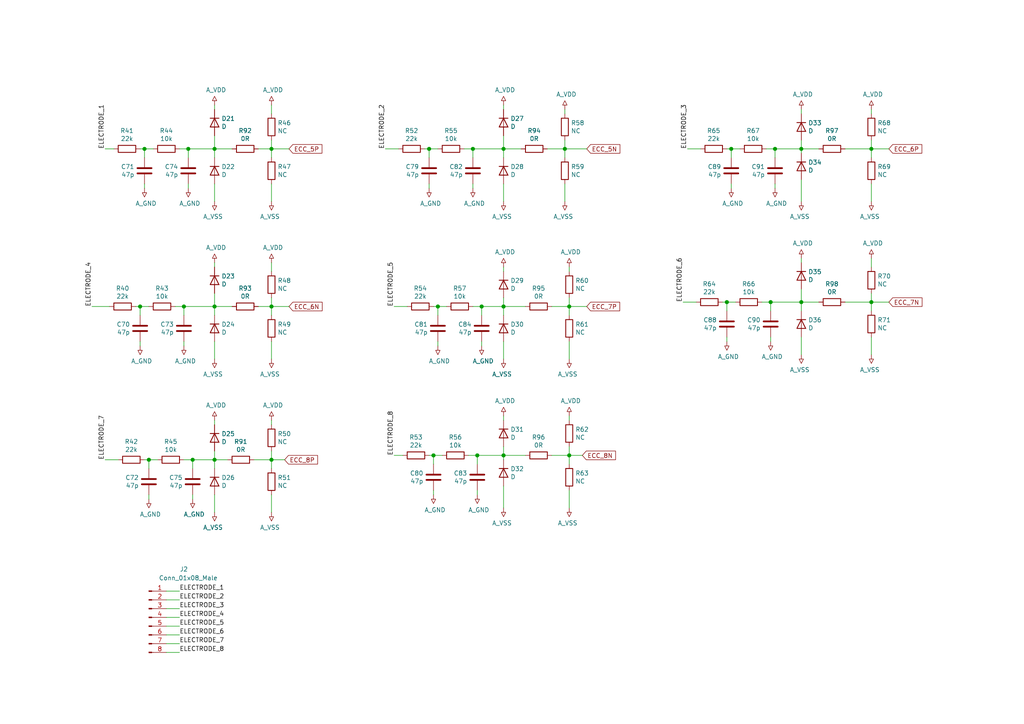
<source format=kicad_sch>
(kicad_sch (version 20210621) (generator eeschema)
  (paper "A4")
  (title_block (title "Input protection for body connected electrodes (part2)") (rev "1.0") (company "MIT License"))
  (lib_symbols
    (symbol "Connector:Conn_01x08_Male" (pin_names (offset 1.016) hide)
      (property "Reference" "J" (at 0 10.16 0))
      (property "Value" "Conn_01x08_Male" (at 0 -12.7 0))
      (symbol "Conn_01x08_Male_1_1"
        (rectangle (start 0.8636 -10.033) (end 0 -10.287) (stroke (width 0.1524)) (fill (type outline)))
        (rectangle (start 0.8636 -7.493) (end 0 -7.747) (stroke (width 0.1524)) (fill (type outline)))
        (rectangle (start 0.8636 -4.953) (end 0 -5.207) (stroke (width 0.1524)) (fill (type outline)))
        (rectangle (start 0.8636 -2.413) (end 0 -2.667) (stroke (width 0.1524)) (fill (type outline)))
        (rectangle (start 0.8636 0.127) (end 0 -0.127) (stroke (width 0.1524)) (fill (type outline)))
        (rectangle (start 0.8636 2.667) (end 0 2.413) (stroke (width 0.1524)) (fill (type outline)))
        (rectangle (start 0.8636 5.207) (end 0 4.953) (stroke (width 0.1524)) (fill (type outline)))
        (rectangle (start 0.8636 7.747) (end 0 7.493) (stroke (width 0.1524)) (fill (type outline)))
        (polyline (pts (xy 1.27 -10.16) (xy 0.8636 -10.16)) (stroke (width 0.1524)))
        (polyline (pts (xy 1.27 -7.62) (xy 0.8636 -7.62)) (stroke (width 0.1524)))
        (polyline (pts (xy 1.27 -5.08) (xy 0.8636 -5.08)) (stroke (width 0.1524)))
        (polyline (pts (xy 1.27 -2.54) (xy 0.8636 -2.54)) (stroke (width 0.1524)))
        (polyline (pts (xy 1.27 0) (xy 0.8636 0)) (stroke (width 0.1524)))
        (polyline (pts (xy 1.27 2.54) (xy 0.8636 2.54)) (stroke (width 0.1524)))
        (polyline (pts (xy 1.27 5.08) (xy 0.8636 5.08)) (stroke (width 0.1524)))
        (polyline (pts (xy 1.27 7.62) (xy 0.8636 7.62)) (stroke (width 0.1524)))
        (pin passive line (at 5.08 7.62 180) (length 3.81) (name "Pin_1") (number "1"))
        (pin passive line (at 5.08 5.08 180) (length 3.81) (name "Pin_2") (number "2"))
        (pin passive line (at 5.08 2.54 180) (length 3.81) (name "Pin_3") (number "3"))
        (pin passive line (at 5.08 0 180) (length 3.81) (name "Pin_4") (number "4"))
        (pin passive line (at 5.08 -2.54 180) (length 3.81) (name "Pin_5") (number "5"))
        (pin passive line (at 5.08 -5.08 180) (length 3.81) (name "Pin_6") (number "6"))
        (pin passive line (at 5.08 -7.62 180) (length 3.81) (name "Pin_7") (number "7"))
        (pin passive line (at 5.08 -10.16 180) (length 3.81) (name "Pin_8") (number "8"))
      )
    )
    (symbol "Device:C" (pin_numbers hide) (pin_names (offset 0.254))
      (property "Reference" "C" (at 0.635 2.54 0))
      (property "Value" "C" (at 0.635 -2.54 0))
      (symbol "C_0_1"
        (polyline (pts (xy -2.032 -0.762) (xy 2.032 -0.762)) (stroke (width 0.508)))
        (polyline (pts (xy -2.032 0.762) (xy 2.032 0.762)) (stroke (width 0.508)))
      )
      (symbol "C_1_1"
        (pin passive line (at 0 3.81 270) (length 2.794) (name "~") (number "1"))
        (pin passive line (at 0 -3.81 90) (length 2.794) (name "~") (number "2"))
      )
    )
    (symbol "Device:D" (pin_numbers hide) (pin_names (offset 1.016) hide)
      (property "Reference" "D" (at 0 2.54 0))
      (property "Value" "D" (at 0 -2.54 0))
      (symbol "D_0_1"
        (polyline (pts (xy -1.27 1.27) (xy -1.27 -1.27)) (stroke (width 0.254)))
        (polyline (pts (xy 1.27 0) (xy -1.27 0)))
        (polyline (pts (xy 1.27 1.27) (xy 1.27 -1.27) (xy -1.27 0) (xy 1.27 1.27)) (stroke (width 0.254)))
      )
      (symbol "D_1_1"
        (pin passive line (at -3.81 0 0) (length 2.54) (name "K") (number "1"))
        (pin passive line (at 3.81 0 180) (length 2.54) (name "A") (number "2"))
      )
    )
    (symbol "Device:R" (pin_numbers hide) (pin_names (offset 0))
      (property "Reference" "R" (at 2.032 0 90))
      (property "Value" "R" (at 0 0 90))
      (symbol "R_0_1"
        (rectangle (start -1.016 -2.54) (end 1.016 2.54) (stroke (width 0.254)))
      )
      (symbol "R_1_1"
        (pin passive line (at 0 3.81 270) (length 1.27) (name "~") (number "1"))
        (pin passive line (at 0 -3.81 90) (length 1.27) (name "~") (number "2"))
      )
    )
    (symbol "Electroencephalograph:A_GND" (pin_names (offset 0))
      (property "Value" "A_GND" (at 0 -3.81 0))
      (symbol "A_GND_1_1"
        (polyline (pts (xy 0 0) (xy 0 -1.27)))
        (polyline (pts (xy 0 -1.27) (xy -0.635 -1.27) (xy 0 -2.54) (xy 0.635 -1.27) (xy 0 -1.27)))
        (pin power_in line (at 0 0 270) (length 0) hide (name "A_GND") (number "1"))
      )
    )
    (symbol "Electroencephalograph:A_VDD" (pin_names (offset 0))
      (property "Value" "A_VDD" (at 0 3.81 0))
      (symbol "A_VDD_0_1"
        (polyline (pts (xy 0 1.27) (xy 0.635 1.27) (xy 0 2.54) (xy -0.635 1.27) (xy 0 1.27)))
      )
      (symbol "A_VDD_1_1"
        (polyline (pts (xy 0 0) (xy 0 1.27)))
        (pin power_in line (at 0 0 90) (length 0) hide (name "A_VDD") (number "1"))
      )
    )
    (symbol "Electroencephalograph:A_VSS" (pin_names (offset 0))
      (property "Value" "A_VSS" (at 0 3.175 0))
      (symbol "A_VSS_1_1"
        (polyline (pts (xy 0 0) (xy 0 1.27)))
        (polyline (pts (xy 0 1.27) (xy 0.635 1.27) (xy 0 2.54) (xy -0.635 1.27) (xy 0 1.27)))
        (pin power_in line (at 0 0 90) (length 0) hide (name "A_VSS") (number "1"))
      )
    )
  )
  (junction (at 40.64 88.9) (diameter 1.016))
  (junction (at 41.91 43.18) (diameter 1.016))
  (junction (at 43.18 133.35) (diameter 1.016))
  (junction (at 53.34 88.9) (diameter 1.016))
  (junction (at 54.61 43.18) (diameter 1.016))
  (junction (at 55.88 133.35) (diameter 1.016))
  (junction (at 62.23 43.18) (diameter 1.016))
  (junction (at 62.23 88.9) (diameter 1.016))
  (junction (at 62.23 133.35) (diameter 1.016))
  (junction (at 78.74 43.18) (diameter 1.016))
  (junction (at 78.74 88.9) (diameter 1.016))
  (junction (at 78.74 133.35) (diameter 1.016))
  (junction (at 124.46 43.18) (diameter 1.016))
  (junction (at 125.73 132.08) (diameter 1.016))
  (junction (at 127 88.9) (diameter 1.016))
  (junction (at 137.16 43.18) (diameter 1.016))
  (junction (at 138.43 132.08) (diameter 1.016))
  (junction (at 139.7 88.9) (diameter 1.016))
  (junction (at 146.05 43.18) (diameter 1.016))
  (junction (at 146.05 88.9) (diameter 1.016))
  (junction (at 146.05 132.08) (diameter 1.016))
  (junction (at 163.83 43.18) (diameter 1.016))
  (junction (at 165.1 88.9) (diameter 1.016))
  (junction (at 165.1 132.08) (diameter 1.016))
  (junction (at 210.82 87.63) (diameter 1.016))
  (junction (at 212.09 43.18) (diameter 1.016))
  (junction (at 223.52 87.63) (diameter 1.016))
  (junction (at 224.79 43.18) (diameter 1.016))
  (junction (at 232.41 43.18) (diameter 1.016))
  (junction (at 232.41 87.63) (diameter 1.016))
  (junction (at 252.73 43.18) (diameter 1.016))
  (junction (at 252.73 87.63) (diameter 1.016))
  (wire (pts (xy 31.75 88.9) (xy 26.67 88.9)))
  (wire (pts (xy 33.02 43.18) (xy 30.48 43.18)))
  (wire (pts (xy 34.29 133.35) (xy 30.48 133.35)))
  (wire (pts (xy 39.37 88.9) (xy 40.64 88.9)))
  (wire (pts (xy 40.64 43.18) (xy 41.91 43.18)))
  (wire (pts (xy 40.64 88.9) (xy 43.18 88.9)))
  (wire (pts (xy 40.64 91.44) (xy 40.64 88.9)))
  (wire (pts (xy 40.64 100.33) (xy 40.64 99.06)))
  (wire (pts (xy 41.91 43.18) (xy 44.45 43.18)))
  (wire (pts (xy 41.91 45.72) (xy 41.91 43.18)))
  (wire (pts (xy 41.91 54.61) (xy 41.91 53.34)))
  (wire (pts (xy 41.91 133.35) (xy 43.18 133.35)))
  (wire (pts (xy 43.18 133.35) (xy 45.72 133.35)))
  (wire (pts (xy 43.18 135.89) (xy 43.18 133.35)))
  (wire (pts (xy 43.18 144.78) (xy 43.18 143.51)))
  (wire (pts (xy 48.26 171.45) (xy 52.07 171.45)))
  (wire (pts (xy 48.26 173.99) (xy 52.07 173.99)))
  (wire (pts (xy 48.26 176.53) (xy 52.07 176.53)))
  (wire (pts (xy 48.26 179.07) (xy 52.07 179.07)))
  (wire (pts (xy 48.26 181.61) (xy 52.07 181.61)))
  (wire (pts (xy 48.26 184.15) (xy 52.07 184.15)))
  (wire (pts (xy 48.26 186.69) (xy 52.07 186.69)))
  (wire (pts (xy 48.26 189.23) (xy 52.07 189.23)))
  (wire (pts (xy 50.8 88.9) (xy 53.34 88.9)))
  (wire (pts (xy 52.07 43.18) (xy 54.61 43.18)))
  (wire (pts (xy 53.34 88.9) (xy 62.23 88.9)))
  (wire (pts (xy 53.34 91.44) (xy 53.34 88.9)))
  (wire (pts (xy 53.34 100.33) (xy 53.34 99.06)))
  (wire (pts (xy 53.34 133.35) (xy 55.88 133.35)))
  (wire (pts (xy 54.61 43.18) (xy 62.23 43.18)))
  (wire (pts (xy 54.61 45.72) (xy 54.61 43.18)))
  (wire (pts (xy 54.61 54.61) (xy 54.61 53.34)))
  (wire (pts (xy 55.88 133.35) (xy 62.23 133.35)))
  (wire (pts (xy 55.88 135.89) (xy 55.88 133.35)))
  (wire (pts (xy 55.88 144.78) (xy 55.88 143.51)))
  (wire (pts (xy 62.23 31.75) (xy 62.23 30.48)))
  (wire (pts (xy 62.23 43.18) (xy 62.23 39.37)))
  (wire (pts (xy 62.23 43.18) (xy 67.31 43.18)))
  (wire (pts (xy 62.23 45.72) (xy 62.23 43.18)))
  (wire (pts (xy 62.23 53.34) (xy 62.23 58.42)))
  (wire (pts (xy 62.23 77.47) (xy 62.23 76.2)))
  (wire (pts (xy 62.23 85.09) (xy 62.23 88.9)))
  (wire (pts (xy 62.23 88.9) (xy 67.31 88.9)))
  (wire (pts (xy 62.23 91.44) (xy 62.23 88.9)))
  (wire (pts (xy 62.23 104.14) (xy 62.23 99.06)))
  (wire (pts (xy 62.23 123.19) (xy 62.23 121.92)))
  (wire (pts (xy 62.23 133.35) (xy 62.23 130.81)))
  (wire (pts (xy 62.23 133.35) (xy 66.04 133.35)))
  (wire (pts (xy 62.23 135.89) (xy 62.23 133.35)))
  (wire (pts (xy 62.23 148.59) (xy 62.23 143.51)))
  (wire (pts (xy 73.66 133.35) (xy 78.74 133.35)))
  (wire (pts (xy 74.93 43.18) (xy 78.74 43.18)))
  (wire (pts (xy 74.93 88.9) (xy 78.74 88.9)))
  (wire (pts (xy 78.74 33.02) (xy 78.74 30.48)))
  (wire (pts (xy 78.74 43.18) (xy 78.74 40.64)))
  (wire (pts (xy 78.74 43.18) (xy 78.74 45.72)))
  (wire (pts (xy 78.74 43.18) (xy 83.82 43.18)))
  (wire (pts (xy 78.74 53.34) (xy 78.74 58.42)))
  (wire (pts (xy 78.74 76.2) (xy 78.74 78.74)))
  (wire (pts (xy 78.74 88.9) (xy 78.74 86.36)))
  (wire (pts (xy 78.74 88.9) (xy 78.74 91.44)))
  (wire (pts (xy 78.74 99.06) (xy 78.74 104.14)))
  (wire (pts (xy 78.74 121.92) (xy 78.74 123.19)))
  (wire (pts (xy 78.74 133.35) (xy 78.74 130.81)))
  (wire (pts (xy 78.74 133.35) (xy 78.74 135.89)))
  (wire (pts (xy 78.74 133.35) (xy 82.55 133.35)))
  (wire (pts (xy 78.74 143.51) (xy 78.74 148.59)))
  (wire (pts (xy 83.82 88.9) (xy 78.74 88.9)))
  (wire (pts (xy 115.57 43.18) (xy 111.76 43.18)))
  (wire (pts (xy 116.84 132.08) (xy 114.3 132.08)))
  (wire (pts (xy 118.11 88.9) (xy 114.3 88.9)))
  (wire (pts (xy 123.19 43.18) (xy 124.46 43.18)))
  (wire (pts (xy 124.46 43.18) (xy 127 43.18)))
  (wire (pts (xy 124.46 45.72) (xy 124.46 43.18)))
  (wire (pts (xy 124.46 54.61) (xy 124.46 53.34)))
  (wire (pts (xy 124.46 132.08) (xy 125.73 132.08)))
  (wire (pts (xy 125.73 88.9) (xy 127 88.9)))
  (wire (pts (xy 125.73 132.08) (xy 128.27 132.08)))
  (wire (pts (xy 125.73 134.62) (xy 125.73 132.08)))
  (wire (pts (xy 125.73 143.51) (xy 125.73 142.24)))
  (wire (pts (xy 127 88.9) (xy 129.54 88.9)))
  (wire (pts (xy 127 91.44) (xy 127 88.9)))
  (wire (pts (xy 127 100.33) (xy 127 99.06)))
  (wire (pts (xy 134.62 43.18) (xy 137.16 43.18)))
  (wire (pts (xy 135.89 132.08) (xy 138.43 132.08)))
  (wire (pts (xy 137.16 43.18) (xy 146.05 43.18)))
  (wire (pts (xy 137.16 45.72) (xy 137.16 43.18)))
  (wire (pts (xy 137.16 54.61) (xy 137.16 53.34)))
  (wire (pts (xy 137.16 88.9) (xy 139.7 88.9)))
  (wire (pts (xy 138.43 132.08) (xy 146.05 132.08)))
  (wire (pts (xy 138.43 134.62) (xy 138.43 132.08)))
  (wire (pts (xy 138.43 143.51) (xy 138.43 142.24)))
  (wire (pts (xy 139.7 88.9) (xy 146.05 88.9)))
  (wire (pts (xy 139.7 91.44) (xy 139.7 88.9)))
  (wire (pts (xy 139.7 100.33) (xy 139.7 99.06)))
  (wire (pts (xy 146.05 31.75) (xy 146.05 30.48)))
  (wire (pts (xy 146.05 39.37) (xy 146.05 43.18)))
  (wire (pts (xy 146.05 43.18) (xy 151.13 43.18)))
  (wire (pts (xy 146.05 45.72) (xy 146.05 43.18)))
  (wire (pts (xy 146.05 58.42) (xy 146.05 53.34)))
  (wire (pts (xy 146.05 78.74) (xy 146.05 77.47)))
  (wire (pts (xy 146.05 88.9) (xy 146.05 86.36)))
  (wire (pts (xy 146.05 88.9) (xy 152.4 88.9)))
  (wire (pts (xy 146.05 91.44) (xy 146.05 88.9)))
  (wire (pts (xy 146.05 104.14) (xy 146.05 99.06)))
  (wire (pts (xy 146.05 121.92) (xy 146.05 120.65)))
  (wire (pts (xy 146.05 132.08) (xy 146.05 129.54)))
  (wire (pts (xy 146.05 132.08) (xy 152.4 132.08)))
  (wire (pts (xy 146.05 133.35) (xy 146.05 132.08)))
  (wire (pts (xy 146.05 147.32) (xy 146.05 140.97)))
  (wire (pts (xy 158.75 43.18) (xy 163.83 43.18)))
  (wire (pts (xy 160.02 88.9) (xy 165.1 88.9)))
  (wire (pts (xy 160.02 132.08) (xy 165.1 132.08)))
  (wire (pts (xy 163.83 31.75) (xy 163.83 33.02)))
  (wire (pts (xy 163.83 43.18) (xy 163.83 40.64)))
  (wire (pts (xy 163.83 43.18) (xy 163.83 45.72)))
  (wire (pts (xy 163.83 43.18) (xy 170.18 43.18)))
  (wire (pts (xy 163.83 53.34) (xy 163.83 58.42)))
  (wire (pts (xy 165.1 77.47) (xy 165.1 78.74)))
  (wire (pts (xy 165.1 88.9) (xy 165.1 86.36)))
  (wire (pts (xy 165.1 88.9) (xy 165.1 91.44)))
  (wire (pts (xy 165.1 88.9) (xy 170.18 88.9)))
  (wire (pts (xy 165.1 99.06) (xy 165.1 104.14)))
  (wire (pts (xy 165.1 120.65) (xy 165.1 121.92)))
  (wire (pts (xy 165.1 132.08) (xy 165.1 129.54)))
  (wire (pts (xy 165.1 132.08) (xy 165.1 134.62)))
  (wire (pts (xy 165.1 132.08) (xy 168.91 132.08)))
  (wire (pts (xy 165.1 142.24) (xy 165.1 147.32)))
  (wire (pts (xy 201.93 87.63) (xy 198.12 87.63)))
  (wire (pts (xy 203.2 43.18) (xy 199.39 43.18)))
  (wire (pts (xy 209.55 87.63) (xy 210.82 87.63)))
  (wire (pts (xy 210.82 43.18) (xy 212.09 43.18)))
  (wire (pts (xy 210.82 87.63) (xy 213.36 87.63)))
  (wire (pts (xy 210.82 90.17) (xy 210.82 87.63)))
  (wire (pts (xy 210.82 99.06) (xy 210.82 97.79)))
  (wire (pts (xy 212.09 43.18) (xy 214.63 43.18)))
  (wire (pts (xy 212.09 45.72) (xy 212.09 43.18)))
  (wire (pts (xy 212.09 54.61) (xy 212.09 53.34)))
  (wire (pts (xy 220.98 87.63) (xy 223.52 87.63)))
  (wire (pts (xy 222.25 43.18) (xy 224.79 43.18)))
  (wire (pts (xy 223.52 87.63) (xy 232.41 87.63)))
  (wire (pts (xy 223.52 90.17) (xy 223.52 87.63)))
  (wire (pts (xy 223.52 99.06) (xy 223.52 97.79)))
  (wire (pts (xy 224.79 43.18) (xy 232.41 43.18)))
  (wire (pts (xy 224.79 45.72) (xy 224.79 43.18)))
  (wire (pts (xy 224.79 54.61) (xy 224.79 53.34)))
  (wire (pts (xy 232.41 33.02) (xy 232.41 31.75)))
  (wire (pts (xy 232.41 40.64) (xy 232.41 43.18)))
  (wire (pts (xy 232.41 43.18) (xy 237.49 43.18)))
  (wire (pts (xy 232.41 44.45) (xy 232.41 43.18)))
  (wire (pts (xy 232.41 58.42) (xy 232.41 52.07)))
  (wire (pts (xy 232.41 76.2) (xy 232.41 74.93)))
  (wire (pts (xy 232.41 83.82) (xy 232.41 87.63)))
  (wire (pts (xy 232.41 87.63) (xy 237.49 87.63)))
  (wire (pts (xy 232.41 90.17) (xy 232.41 87.63)))
  (wire (pts (xy 232.41 102.87) (xy 232.41 97.79)))
  (wire (pts (xy 245.11 43.18) (xy 252.73 43.18)))
  (wire (pts (xy 245.11 87.63) (xy 252.73 87.63)))
  (wire (pts (xy 252.73 31.75) (xy 252.73 33.02)))
  (wire (pts (xy 252.73 43.18) (xy 252.73 40.64)))
  (wire (pts (xy 252.73 43.18) (xy 252.73 45.72)))
  (wire (pts (xy 252.73 43.18) (xy 257.81 43.18)))
  (wire (pts (xy 252.73 53.34) (xy 252.73 58.42)))
  (wire (pts (xy 252.73 74.93) (xy 252.73 77.47)))
  (wire (pts (xy 252.73 87.63) (xy 252.73 85.09)))
  (wire (pts (xy 252.73 87.63) (xy 252.73 90.17)))
  (wire (pts (xy 252.73 87.63) (xy 257.81 87.63)))
  (wire (pts (xy 252.73 97.79) (xy 252.73 102.87)))
  (label "ELECTRODE_4" (at 26.67 88.9 90))
  (label "ELECTRODE_1" (at 30.48 43.18 90))
  (label "ELECTRODE_7" (at 30.48 133.35 90))
  (label "ELECTRODE_1" (at 52.07 171.45 0))
  (label "ELECTRODE_2" (at 52.07 173.99 0))
  (label "ELECTRODE_3" (at 52.07 176.53 0))
  (label "ELECTRODE_4" (at 52.07 179.07 0))
  (label "ELECTRODE_5" (at 52.07 181.61 0))
  (label "ELECTRODE_6" (at 52.07 184.15 0))
  (label "ELECTRODE_7" (at 52.07 186.69 0))
  (label "ELECTRODE_8" (at 52.07 189.23 0))
  (label "ELECTRODE_2" (at 111.76 43.18 90))
  (label "ELECTRODE_5" (at 114.3 88.9 90))
  (label "ELECTRODE_8" (at 114.3 132.08 90))
  (label "ELECTRODE_6" (at 198.12 87.63 90))
  (label "ELECTRODE_3" (at 199.39 43.18 90))
  (global_label "ECC_8P" (shape input) (at 82.55 133.35 0) (property "Intersheet References" "${INTERSHEET_REFS}" (effects hide)))
  (global_label "ECC_5P" (shape input) (at 83.82 43.18 0) (property "Intersheet References" "${INTERSHEET_REFS}" (effects hide)))
  (global_label "ECC_6N" (shape input) (at 83.82 88.9 0) (property "Intersheet References" "${INTERSHEET_REFS}" (effects hide)))
  (global_label "ECC_8N" (shape input) (at 168.91 132.08 0) (property "Intersheet References" "${INTERSHEET_REFS}" (effects hide)))
  (global_label "ECC_5N" (shape input) (at 170.18 43.18 0) (property "Intersheet References" "${INTERSHEET_REFS}" (effects hide)))
  (global_label "ECC_7P" (shape input) (at 170.18 88.9 0) (property "Intersheet References" "${INTERSHEET_REFS}" (effects hide)))
  (global_label "ECC_6P" (shape input) (at 257.81 43.18 0) (property "Intersheet References" "${INTERSHEET_REFS}" (effects hide)))
  (global_label "ECC_7N" (shape input) (at 257.81 87.63 0) (property "Intersheet References" "${INTERSHEET_REFS}" (effects hide)))
  (symbol (lib_id "Electroencephalograph:A_GND") (at 40.64 100.33 0)
    (property "Reference" "#PWR128" (effects hide))
    (property "Value" "A_GND" (at 41.0718 104.7242 0))
  )
  (symbol (lib_id "Electroencephalograph:A_GND") (at 41.91 54.61 0)
    (property "Reference" "#PWR129" (effects hide))
    (property "Value" "A_GND" (at 42.3418 59.0042 0))
  )
  (symbol (lib_id "Electroencephalograph:A_GND") (at 43.18 144.78 0)
    (property "Reference" "#PWR130" (effects hide))
    (property "Value" "A_GND" (at 43.6118 149.1742 0))
  )
  (symbol (lib_id "Electroencephalograph:A_GND") (at 53.34 100.33 0)
    (property "Reference" "#PWR131" (effects hide))
    (property "Value" "A_GND" (at 53.7718 104.7242 0))
  )
  (symbol (lib_id "Electroencephalograph:A_GND") (at 54.61 54.61 0)
    (property "Reference" "#PWR132" (effects hide))
    (property "Value" "A_GND" (at 55.0418 59.0042 0))
  )
  (symbol (lib_id "Electroencephalograph:A_GND") (at 55.88 144.78 0)
    (property "Reference" "#PWR133" (effects hide))
    (property "Value" "A_GND" (at 56.3118 149.1742 0))
  )
  (symbol (lib_id "Electroencephalograph:A_VDD") (at 62.23 30.48 0)
    (property "Reference" "#PWR134" (effects hide))
    (property "Value" "A_VDD" (at 62.6618 26.0858 0))
  )
  (symbol (lib_id "Electroencephalograph:A_VSS") (at 62.23 58.42 180)
    (property "Reference" "#PWR135" (effects hide))
    (property "Value" "A_VSS" (at 61.7728 62.8142 0))
  )
  (symbol (lib_id "Electroencephalograph:A_VDD") (at 62.23 76.2 0)
    (property "Reference" "#PWR136" (effects hide))
    (property "Value" "A_VDD" (at 62.6618 71.8058 0))
  )
  (symbol (lib_id "Electroencephalograph:A_VSS") (at 62.23 104.14 180)
    (property "Reference" "#PWR137" (effects hide))
    (property "Value" "A_VSS" (at 61.7728 108.5342 0))
  )
  (symbol (lib_id "Electroencephalograph:A_VDD") (at 62.23 121.92 0)
    (property "Reference" "#PWR138" (effects hide))
    (property "Value" "A_VDD" (at 62.6618 117.5258 0))
  )
  (symbol (lib_id "Electroencephalograph:A_VSS") (at 62.23 148.59 180)
    (property "Reference" "#PWR139" (effects hide))
    (property "Value" "A_VSS" (at 61.7728 152.9842 0))
  )
  (symbol (lib_id "Electroencephalograph:A_VDD") (at 78.74 30.48 0)
    (property "Reference" "#PWR140" (effects hide))
    (property "Value" "A_VDD" (at 79.1718 26.0858 0))
  )
  (symbol (lib_id "Electroencephalograph:A_VSS") (at 78.74 58.42 180)
    (property "Reference" "#PWR141" (effects hide))
    (property "Value" "A_VSS" (at 78.2828 62.8142 0))
  )
  (symbol (lib_id "Electroencephalograph:A_VDD") (at 78.74 76.2 0)
    (property "Reference" "#PWR142" (effects hide))
    (property "Value" "A_VDD" (at 79.1718 71.8058 0))
  )
  (symbol (lib_id "Electroencephalograph:A_VSS") (at 78.74 104.14 180)
    (property "Reference" "#PWR143" (effects hide))
    (property "Value" "A_VSS" (at 78.2828 108.5342 0))
  )
  (symbol (lib_id "Electroencephalograph:A_VDD") (at 78.74 121.92 0)
    (property "Reference" "#PWR144" (effects hide))
    (property "Value" "A_VDD" (at 79.1718 117.5258 0))
  )
  (symbol (lib_id "Electroencephalograph:A_VSS") (at 78.74 148.59 180)
    (property "Reference" "#PWR145" (effects hide))
    (property "Value" "A_VSS" (at 78.2828 152.9842 0))
  )
  (symbol (lib_id "Electroencephalograph:A_GND") (at 124.46 54.61 0)
    (property "Reference" "#PWR146" (effects hide))
    (property "Value" "A_GND" (at 124.8918 59.0042 0))
  )
  (symbol (lib_id "Electroencephalograph:A_GND") (at 125.73 143.51 0)
    (property "Reference" "#PWR147" (effects hide))
    (property "Value" "A_GND" (at 126.1618 147.9042 0))
  )
  (symbol (lib_id "Electroencephalograph:A_GND") (at 127 100.33 0)
    (property "Reference" "#PWR148" (effects hide))
    (property "Value" "A_GND" (at 127.4318 104.7242 0))
  )
  (symbol (lib_id "Electroencephalograph:A_GND") (at 137.16 54.61 0)
    (property "Reference" "#PWR149" (effects hide))
    (property "Value" "A_GND" (at 137.5918 59.0042 0))
  )
  (symbol (lib_id "Electroencephalograph:A_GND") (at 138.43 143.51 0)
    (property "Reference" "#PWR150" (effects hide))
    (property "Value" "A_GND" (at 138.8618 147.9042 0))
  )
  (symbol (lib_id "Electroencephalograph:A_GND") (at 139.7 100.33 0)
    (property "Reference" "#PWR151" (effects hide))
    (property "Value" "A_GND" (at 140.1318 104.7242 0))
  )
  (symbol (lib_id "Electroencephalograph:A_VDD") (at 146.05 30.48 0)
    (property "Reference" "#PWR152" (effects hide))
    (property "Value" "A_VDD" (at 146.4818 26.0858 0))
  )
  (symbol (lib_id "Electroencephalograph:A_VSS") (at 146.05 58.42 180)
    (property "Reference" "#PWR153" (effects hide))
    (property "Value" "A_VSS" (at 145.5928 62.8142 0))
  )
  (symbol (lib_id "Electroencephalograph:A_VDD") (at 146.05 77.47 0)
    (property "Reference" "#PWR154" (effects hide))
    (property "Value" "A_VDD" (at 146.4818 73.0758 0))
  )
  (symbol (lib_id "Electroencephalograph:A_VSS") (at 146.05 104.14 180)
    (property "Reference" "#PWR155" (effects hide))
    (property "Value" "A_VSS" (at 145.5928 108.5342 0))
  )
  (symbol (lib_id "Electroencephalograph:A_VDD") (at 146.05 120.65 0)
    (property "Reference" "#PWR156" (effects hide))
    (property "Value" "A_VDD" (at 146.4818 116.2558 0))
  )
  (symbol (lib_id "Electroencephalograph:A_VSS") (at 146.05 147.32 180)
    (property "Reference" "#PWR157" (effects hide))
    (property "Value" "A_VSS" (at 145.5928 151.7142 0))
  )
  (symbol (lib_id "Electroencephalograph:A_VDD") (at 163.83 31.75 0)
    (property "Reference" "#PWR158" (effects hide))
    (property "Value" "A_VDD" (at 164.2618 27.3558 0))
  )
  (symbol (lib_id "Electroencephalograph:A_VSS") (at 163.83 58.42 180)
    (property "Reference" "#PWR159" (effects hide))
    (property "Value" "A_VSS" (at 163.3728 62.8142 0))
  )
  (symbol (lib_id "Electroencephalograph:A_VDD") (at 165.1 77.47 0)
    (property "Reference" "#PWR160" (effects hide))
    (property "Value" "A_VDD" (at 165.5318 73.0758 0))
  )
  (symbol (lib_id "Electroencephalograph:A_VSS") (at 165.1 104.14 180)
    (property "Reference" "#PWR161" (effects hide))
    (property "Value" "A_VSS" (at 164.6428 108.5342 0))
  )
  (symbol (lib_id "Electroencephalograph:A_VDD") (at 165.1 120.65 0)
    (property "Reference" "#PWR162" (effects hide))
    (property "Value" "A_VDD" (at 165.5318 116.2558 0))
  )
  (symbol (lib_id "Electroencephalograph:A_VSS") (at 165.1 147.32 180)
    (property "Reference" "#PWR163" (effects hide))
    (property "Value" "A_VSS" (at 164.6428 151.7142 0))
  )
  (symbol (lib_id "Electroencephalograph:A_GND") (at 210.82 99.06 0)
    (property "Reference" "#PWR164" (effects hide))
    (property "Value" "A_GND" (at 211.2518 103.4542 0))
  )
  (symbol (lib_id "Electroencephalograph:A_GND") (at 212.09 54.61 0)
    (property "Reference" "#PWR165" (effects hide))
    (property "Value" "A_GND" (at 212.5218 59.0042 0))
  )
  (symbol (lib_id "Electroencephalograph:A_GND") (at 223.52 99.06 0)
    (property "Reference" "#PWR166" (effects hide))
    (property "Value" "A_GND" (at 223.9518 103.4542 0))
  )
  (symbol (lib_id "Electroencephalograph:A_GND") (at 224.79 54.61 0)
    (property "Reference" "#PWR167" (effects hide))
    (property "Value" "A_GND" (at 225.2218 59.0042 0))
  )
  (symbol (lib_id "Electroencephalograph:A_VDD") (at 232.41 31.75 0)
    (property "Reference" "#PWR168" (effects hide))
    (property "Value" "A_VDD" (at 232.8418 27.3558 0))
  )
  (symbol (lib_id "Electroencephalograph:A_VSS") (at 232.41 58.42 180)
    (property "Reference" "#PWR169" (effects hide))
    (property "Value" "A_VSS" (at 231.9528 62.8142 0))
  )
  (symbol (lib_id "Electroencephalograph:A_VDD") (at 232.41 74.93 0)
    (property "Reference" "#PWR170" (effects hide))
    (property "Value" "A_VDD" (at 232.8418 70.5358 0))
  )
  (symbol (lib_id "Electroencephalograph:A_VSS") (at 232.41 102.87 180)
    (property "Reference" "#PWR171" (effects hide))
    (property "Value" "A_VSS" (at 231.9528 107.2642 0))
  )
  (symbol (lib_id "Electroencephalograph:A_VDD") (at 252.73 31.75 0)
    (property "Reference" "#PWR172" (effects hide))
    (property "Value" "A_VDD" (at 253.1618 27.3558 0))
  )
  (symbol (lib_id "Electroencephalograph:A_VSS") (at 252.73 58.42 180)
    (property "Reference" "#PWR173" (effects hide))
    (property "Value" "A_VSS" (at 252.2728 62.8142 0))
  )
  (symbol (lib_id "Electroencephalograph:A_VDD") (at 252.73 74.93 0)
    (property "Reference" "#PWR174" (effects hide))
    (property "Value" "A_VDD" (at 253.1618 70.5358 0))
  )
  (symbol (lib_id "Electroencephalograph:A_VSS") (at 252.73 102.87 180)
    (property "Reference" "#PWR175" (effects hide))
    (property "Value" "A_VSS" (at 252.2728 107.2642 0))
  )
  (symbol (lib_id "Device:R") (at 35.56 88.9 270)
    (property "Reference" "R40" (at 35.56 83.6422 90))
    (property "Value" "22k" (at 35.56 85.9536 90))
    (property "Footprint" "Resistor_SMD:R_MELF_MMB-0207" (effects hide))
  )
  (symbol (lib_id "Device:R") (at 36.83 43.18 270)
    (property "Reference" "R41" (at 36.83 37.9222 90))
    (property "Value" "22k" (at 36.83 40.2336 90))
    (property "Footprint" "Resistor_SMD:R_MELF_MMB-0207" (effects hide))
  )
  (symbol (lib_id "Device:R") (at 38.1 133.35 270)
    (property "Reference" "R42" (at 38.1 128.0922 90))
    (property "Value" "22k" (at 38.1 130.4036 90))
    (property "Footprint" "Resistor_SMD:R_MELF_MMB-0207" (effects hide))
  )
  (symbol (lib_id "Device:R") (at 46.99 88.9 270)
    (property "Reference" "R43" (at 46.99 83.6422 90))
    (property "Value" "10k" (at 46.99 85.9536 90))
    (property "Footprint" "Resistor_SMD:R_MELF_MMB-0207" (effects hide))
  )
  (symbol (lib_id "Device:R") (at 48.26 43.18 270)
    (property "Reference" "R44" (at 48.26 37.9222 90))
    (property "Value" "10k" (at 48.26 40.2336 90))
    (property "Footprint" "Resistor_SMD:R_MELF_MMB-0207" (effects hide))
  )
  (symbol (lib_id "Device:R") (at 49.53 133.35 270)
    (property "Reference" "R45" (at 49.53 128.0922 90))
    (property "Value" "10k" (at 49.53 130.4036 90))
    (property "Footprint" "Resistor_SMD:R_MELF_MMB-0207" (effects hide))
  )
  (symbol (lib_id "Device:R") (at 69.85 133.35 270)
    (property "Reference" "R91" (at 69.85 128.0922 90))
    (property "Value" "0R" (at 69.85 130.4036 90))
    (property "Footprint" "Resistor_SMD:R_0402_1005Metric" (effects hide))
  )
  (symbol (lib_id "Device:R") (at 71.12 43.18 270)
    (property "Reference" "R92" (at 71.12 37.9222 90))
    (property "Value" "0R" (at 71.12 40.2336 90))
    (property "Footprint" "Resistor_SMD:R_0402_1005Metric" (effects hide))
  )
  (symbol (lib_id "Device:R") (at 71.12 88.9 270)
    (property "Reference" "R93" (at 71.12 83.6422 90))
    (property "Value" "0R" (at 71.12 85.9536 90))
    (property "Footprint" "Resistor_SMD:R_0402_1005Metric" (effects hide))
  )
  (symbol (lib_id "Device:R") (at 78.74 36.83 180)
    (property "Reference" "R46" (at 80.518 35.6616 0) (effects (justify right)))
    (property "Value" "NC" (at 80.518 37.973 0) (effects (justify right)))
    (property "Footprint" "Resistor_SMD:R_0402_1005Metric" (effects hide))
  )
  (symbol (lib_id "Device:R") (at 78.74 49.53 180)
    (property "Reference" "R47" (at 80.518 48.3616 0) (effects (justify right)))
    (property "Value" "NC" (at 80.518 50.673 0) (effects (justify right)))
    (property "Footprint" "Resistor_SMD:R_0402_1005Metric" (effects hide))
  )
  (symbol (lib_id "Device:R") (at 78.74 82.55 180)
    (property "Reference" "R48" (at 80.518 81.3816 0) (effects (justify right)))
    (property "Value" "NC" (at 80.518 83.693 0) (effects (justify right)))
    (property "Footprint" "Resistor_SMD:R_0402_1005Metric" (effects hide))
  )
  (symbol (lib_id "Device:R") (at 78.74 95.25 180)
    (property "Reference" "R49" (at 80.518 94.0816 0) (effects (justify right)))
    (property "Value" "NC" (at 80.518 96.393 0) (effects (justify right)))
    (property "Footprint" "Resistor_SMD:R_0402_1005Metric" (effects hide))
  )
  (symbol (lib_id "Device:R") (at 78.74 127 180)
    (property "Reference" "R50" (at 80.518 125.8316 0) (effects (justify right)))
    (property "Value" "NC" (at 80.518 128.143 0) (effects (justify right)))
    (property "Footprint" "Resistor_SMD:R_0402_1005Metric" (effects hide))
  )
  (symbol (lib_id "Device:R") (at 78.74 139.7 180)
    (property "Reference" "R51" (at 80.518 138.5316 0) (effects (justify right)))
    (property "Value" "NC" (at 80.518 140.843 0) (effects (justify right)))
    (property "Footprint" "Resistor_SMD:R_0402_1005Metric" (effects hide))
  )
  (symbol (lib_id "Device:R") (at 119.38 43.18 270)
    (property "Reference" "R52" (at 119.38 37.9222 90))
    (property "Value" "22k" (at 119.38 40.2336 90))
    (property "Footprint" "Resistor_SMD:R_MELF_MMB-0207" (effects hide))
  )
  (symbol (lib_id "Device:R") (at 120.65 132.08 270)
    (property "Reference" "R53" (at 120.65 126.8222 90))
    (property "Value" "22k" (at 120.65 129.1336 90))
    (property "Footprint" "Resistor_SMD:R_MELF_MMB-0207" (effects hide))
  )
  (symbol (lib_id "Device:R") (at 121.92 88.9 270)
    (property "Reference" "R54" (at 121.92 83.6422 90))
    (property "Value" "22k" (at 121.92 85.9536 90))
    (property "Footprint" "Resistor_SMD:R_MELF_MMB-0207" (effects hide))
  )
  (symbol (lib_id "Device:R") (at 130.81 43.18 270)
    (property "Reference" "R55" (at 130.81 37.9222 90))
    (property "Value" "10k" (at 130.81 40.2336 90))
    (property "Footprint" "Resistor_SMD:R_MELF_MMB-0207" (effects hide))
  )
  (symbol (lib_id "Device:R") (at 132.08 132.08 270)
    (property "Reference" "R56" (at 132.08 126.8222 90))
    (property "Value" "10k" (at 132.08 129.1336 90))
    (property "Footprint" "Resistor_SMD:R_MELF_MMB-0207" (effects hide))
  )
  (symbol (lib_id "Device:R") (at 133.35 88.9 270)
    (property "Reference" "R57" (at 133.35 83.6422 90))
    (property "Value" "10k" (at 133.35 85.9536 90))
    (property "Footprint" "Resistor_SMD:R_MELF_MMB-0207" (effects hide))
  )
  (symbol (lib_id "Device:R") (at 154.94 43.18 270)
    (property "Reference" "R94" (at 154.94 37.9222 90))
    (property "Value" "0R" (at 154.94 40.2336 90))
    (property "Footprint" "Resistor_SMD:R_0402_1005Metric" (effects hide))
  )
  (symbol (lib_id "Device:R") (at 156.21 88.9 270)
    (property "Reference" "R95" (at 156.21 83.6422 90))
    (property "Value" "0R" (at 156.21 85.9536 90))
    (property "Footprint" "Resistor_SMD:R_0402_1005Metric" (effects hide))
  )
  (symbol (lib_id "Device:R") (at 156.21 132.08 270)
    (property "Reference" "R96" (at 156.21 126.8222 90))
    (property "Value" "0R" (at 156.21 129.1336 90))
    (property "Footprint" "Resistor_SMD:R_0402_1005Metric" (effects hide))
  )
  (symbol (lib_id "Device:R") (at 163.83 36.83 180)
    (property "Reference" "R58" (at 165.608 35.6616 0) (effects (justify right)))
    (property "Value" "NC" (at 165.608 37.973 0) (effects (justify right)))
    (property "Footprint" "Resistor_SMD:R_0402_1005Metric" (effects hide))
  )
  (symbol (lib_id "Device:R") (at 163.83 49.53 180)
    (property "Reference" "R59" (at 165.608 48.3616 0) (effects (justify right)))
    (property "Value" "NC" (at 165.608 50.673 0) (effects (justify right)))
    (property "Footprint" "Resistor_SMD:R_0402_1005Metric" (effects hide))
  )
  (symbol (lib_id "Device:R") (at 165.1 82.55 180)
    (property "Reference" "R60" (at 166.878 81.3816 0) (effects (justify right)))
    (property "Value" "NC" (at 166.878 83.693 0) (effects (justify right)))
    (property "Footprint" "Resistor_SMD:R_0402_1005Metric" (effects hide))
  )
  (symbol (lib_id "Device:R") (at 165.1 95.25 180)
    (property "Reference" "R61" (at 166.878 94.0816 0) (effects (justify right)))
    (property "Value" "NC" (at 166.878 96.393 0) (effects (justify right)))
    (property "Footprint" "Resistor_SMD:R_0402_1005Metric" (effects hide))
  )
  (symbol (lib_id "Device:R") (at 165.1 125.73 180)
    (property "Reference" "R62" (at 166.878 124.5616 0) (effects (justify right)))
    (property "Value" "NC" (at 166.878 126.873 0) (effects (justify right)))
    (property "Footprint" "Resistor_SMD:R_0402_1005Metric" (effects hide))
  )
  (symbol (lib_id "Device:R") (at 165.1 138.43 180)
    (property "Reference" "R63" (at 166.878 137.2616 0) (effects (justify right)))
    (property "Value" "NC" (at 166.878 139.573 0) (effects (justify right)))
    (property "Footprint" "Resistor_SMD:R_0402_1005Metric" (effects hide))
  )
  (symbol (lib_id "Device:R") (at 205.74 87.63 270)
    (property "Reference" "R64" (at 205.74 82.3722 90))
    (property "Value" "22k" (at 205.74 84.6836 90))
    (property "Footprint" "Resistor_SMD:R_MELF_MMB-0207" (effects hide))
  )
  (symbol (lib_id "Device:R") (at 207.01 43.18 270)
    (property "Reference" "R65" (at 207.01 37.9222 90))
    (property "Value" "22k" (at 207.01 40.2336 90))
    (property "Footprint" "Resistor_SMD:R_MELF_MMB-0207" (effects hide))
  )
  (symbol (lib_id "Device:R") (at 217.17 87.63 270)
    (property "Reference" "R66" (at 217.17 82.3722 90))
    (property "Value" "10k" (at 217.17 84.6836 90))
    (property "Footprint" "Resistor_SMD:R_MELF_MMB-0207" (effects hide))
  )
  (symbol (lib_id "Device:R") (at 218.44 43.18 270)
    (property "Reference" "R67" (at 218.44 37.9222 90))
    (property "Value" "10k" (at 218.44 40.2336 90))
    (property "Footprint" "Resistor_SMD:R_MELF_MMB-0207" (effects hide))
  )
  (symbol (lib_id "Device:R") (at 241.3 43.18 270)
    (property "Reference" "R97" (at 241.3 37.9222 90))
    (property "Value" "0R" (at 241.3 40.2336 90))
    (property "Footprint" "Resistor_SMD:R_0402_1005Metric" (effects hide))
  )
  (symbol (lib_id "Device:R") (at 241.3 87.63 270)
    (property "Reference" "R98" (at 241.3 82.3722 90))
    (property "Value" "0R" (at 241.3 84.6836 90))
    (property "Footprint" "Resistor_SMD:R_0402_1005Metric" (effects hide))
  )
  (symbol (lib_id "Device:R") (at 252.73 36.83 180)
    (property "Reference" "R68" (at 254.508 35.6616 0) (effects (justify right)))
    (property "Value" "NC" (at 254.508 37.973 0) (effects (justify right)))
    (property "Footprint" "Resistor_SMD:R_0402_1005Metric" (effects hide))
  )
  (symbol (lib_id "Device:R") (at 252.73 49.53 180)
    (property "Reference" "R69" (at 254.508 48.3616 0) (effects (justify right)))
    (property "Value" "NC" (at 254.508 50.673 0) (effects (justify right)))
    (property "Footprint" "Resistor_SMD:R_0402_1005Metric" (effects hide))
  )
  (symbol (lib_id "Device:R") (at 252.73 81.28 180)
    (property "Reference" "R70" (at 254.508 80.1116 0) (effects (justify right)))
    (property "Value" "NC" (at 254.508 82.423 0) (effects (justify right)))
    (property "Footprint" "Resistor_SMD:R_0402_1005Metric" (effects hide))
  )
  (symbol (lib_id "Device:R") (at 252.73 93.98 180)
    (property "Reference" "R71" (at 254.508 92.8116 0) (effects (justify right)))
    (property "Value" "NC" (at 254.508 95.123 0) (effects (justify right)))
    (property "Footprint" "Resistor_SMD:R_0402_1005Metric" (effects hide))
  )
  (symbol (lib_id "Device:D") (at 62.23 35.56 270)
    (property "Reference" "D21" (at 64.2366 34.3916 90) (effects (justify left)))
    (property "Value" "D" (at 64.2366 36.703 90) (effects (justify left)))
    (property "Footprint" "Diode_SMD:D_MELF" (effects hide))
  )
  (symbol (lib_id "Device:D") (at 62.23 49.53 270)
    (property "Reference" "D22" (at 64.2366 48.3616 90) (effects (justify left)))
    (property "Value" "D" (at 64.2366 50.673 90) (effects (justify left)))
    (property "Footprint" "Diode_SMD:D_MELF" (effects hide))
  )
  (symbol (lib_id "Device:D") (at 62.23 81.28 270)
    (property "Reference" "D23" (at 64.2366 80.1116 90) (effects (justify left)))
    (property "Value" "D" (at 64.2366 82.423 90) (effects (justify left)))
    (property "Footprint" "Diode_SMD:D_MELF" (effects hide))
  )
  (symbol (lib_id "Device:D") (at 62.23 95.25 270)
    (property "Reference" "D24" (at 64.2366 94.0816 90) (effects (justify left)))
    (property "Value" "D" (at 64.2366 96.393 90) (effects (justify left)))
    (property "Footprint" "Diode_SMD:D_MELF" (effects hide))
  )
  (symbol (lib_id "Device:D") (at 62.23 127 270)
    (property "Reference" "D25" (at 64.2366 125.8316 90) (effects (justify left)))
    (property "Value" "D" (at 64.2366 128.143 90) (effects (justify left)))
    (property "Footprint" "Diode_SMD:D_MELF" (effects hide))
  )
  (symbol (lib_id "Device:D") (at 62.23 139.7 270)
    (property "Reference" "D26" (at 64.2366 138.5316 90) (effects (justify left)))
    (property "Value" "D" (at 64.2366 140.843 90) (effects (justify left)))
    (property "Footprint" "Diode_SMD:D_MELF" (effects hide))
  )
  (symbol (lib_id "Device:D") (at 146.05 35.56 270)
    (property "Reference" "D27" (at 148.0566 34.3916 90) (effects (justify left)))
    (property "Value" "D" (at 148.0566 36.703 90) (effects (justify left)))
    (property "Footprint" "Diode_SMD:D_MELF" (effects hide))
  )
  (symbol (lib_id "Device:D") (at 146.05 49.53 270)
    (property "Reference" "D28" (at 148.0566 48.3616 90) (effects (justify left)))
    (property "Value" "D" (at 148.0566 50.673 90) (effects (justify left)))
    (property "Footprint" "Diode_SMD:D_MELF" (effects hide))
  )
  (symbol (lib_id "Device:D") (at 146.05 82.55 270)
    (property "Reference" "D29" (at 148.0566 81.3816 90) (effects (justify left)))
    (property "Value" "D" (at 148.0566 83.693 90) (effects (justify left)))
    (property "Footprint" "Diode_SMD:D_MELF" (effects hide))
  )
  (symbol (lib_id "Device:D") (at 146.05 95.25 270)
    (property "Reference" "D30" (at 148.0566 94.0816 90) (effects (justify left)))
    (property "Value" "D" (at 148.0566 96.393 90) (effects (justify left)))
    (property "Footprint" "Diode_SMD:D_MELF" (effects hide))
  )
  (symbol (lib_id "Device:D") (at 146.05 125.73 270)
    (property "Reference" "D31" (at 148.0566 124.5616 90) (effects (justify left)))
    (property "Value" "D" (at 148.0566 126.873 90) (effects (justify left)))
    (property "Footprint" "Diode_SMD:D_MELF" (effects hide))
  )
  (symbol (lib_id "Device:D") (at 146.05 137.16 270)
    (property "Reference" "D32" (at 148.0566 135.9916 90) (effects (justify left)))
    (property "Value" "D" (at 148.0566 138.303 90) (effects (justify left)))
    (property "Footprint" "Diode_SMD:D_MELF" (effects hide))
  )
  (symbol (lib_id "Device:D") (at 232.41 36.83 270)
    (property "Reference" "D33" (at 234.4166 35.6616 90) (effects (justify left)))
    (property "Value" "D" (at 234.4166 37.973 90) (effects (justify left)))
    (property "Footprint" "Diode_SMD:D_MELF" (effects hide))
  )
  (symbol (lib_id "Device:D") (at 232.41 48.26 270)
    (property "Reference" "D34" (at 234.4166 47.0916 90) (effects (justify left)))
    (property "Value" "D" (at 234.4166 49.403 90) (effects (justify left)))
    (property "Footprint" "Diode_SMD:D_MELF" (effects hide))
  )
  (symbol (lib_id "Device:D") (at 232.41 80.01 270)
    (property "Reference" "D35" (at 234.4166 78.8416 90) (effects (justify left)))
    (property "Value" "D" (at 234.4166 81.153 90) (effects (justify left)))
    (property "Footprint" "Diode_SMD:D_MELF" (effects hide))
  )
  (symbol (lib_id "Device:D") (at 232.41 93.98 270)
    (property "Reference" "D36" (at 234.4166 92.8116 90) (effects (justify left)))
    (property "Value" "D" (at 234.4166 95.123 90) (effects (justify left)))
    (property "Footprint" "Diode_SMD:D_MELF" (effects hide))
  )
  (symbol (lib_id "Device:C") (at 40.64 95.25 0) (mirror y)
    (property "Reference" "C70" (at 37.719 94.0816 0) (effects (justify left)))
    (property "Value" "47p" (at 37.719 96.393 0) (effects (justify left)))
    (property "Footprint" "Capacitor_SMD:C_0402_1005Metric" (effects hide))
  )
  (symbol (lib_id "Device:C") (at 41.91 49.53 0) (mirror y)
    (property "Reference" "C71" (at 38.989 48.3616 0) (effects (justify left)))
    (property "Value" "47p" (at 38.989 50.673 0) (effects (justify left)))
    (property "Footprint" "Capacitor_SMD:C_0402_1005Metric" (effects hide))
  )
  (symbol (lib_id "Device:C") (at 43.18 139.7 0) (mirror y)
    (property "Reference" "C72" (at 40.259 138.5316 0) (effects (justify left)))
    (property "Value" "47p" (at 40.259 140.843 0) (effects (justify left)))
    (property "Footprint" "Capacitor_SMD:C_0402_1005Metric" (effects hide))
  )
  (symbol (lib_id "Device:C") (at 53.34 95.25 0) (mirror y)
    (property "Reference" "C73" (at 50.419 94.0816 0) (effects (justify left)))
    (property "Value" "47p" (at 50.419 96.393 0) (effects (justify left)))
    (property "Footprint" "Capacitor_SMD:C_0402_1005Metric" (effects hide))
  )
  (symbol (lib_id "Device:C") (at 54.61 49.53 0) (mirror y)
    (property "Reference" "C74" (at 51.689 48.3616 0) (effects (justify left)))
    (property "Value" "47p" (at 51.689 50.673 0) (effects (justify left)))
    (property "Footprint" "Capacitor_SMD:C_0402_1005Metric" (effects hide))
  )
  (symbol (lib_id "Device:C") (at 55.88 139.7 0) (mirror y)
    (property "Reference" "C75" (at 52.959 138.5316 0) (effects (justify left)))
    (property "Value" "47p" (at 52.959 140.843 0) (effects (justify left)))
    (property "Footprint" "Capacitor_SMD:C_0402_1005Metric" (effects hide))
  )
  (symbol (lib_id "Device:C") (at 124.46 49.53 0) (mirror y)
    (property "Reference" "C79" (at 121.539 48.3616 0) (effects (justify left)))
    (property "Value" "47p" (at 121.539 50.673 0) (effects (justify left)))
    (property "Footprint" "Capacitor_SMD:C_0402_1005Metric" (effects hide))
  )
  (symbol (lib_id "Device:C") (at 125.73 138.43 0) (mirror y)
    (property "Reference" "C80" (at 122.809 137.2616 0) (effects (justify left)))
    (property "Value" "47p" (at 122.809 139.573 0) (effects (justify left)))
    (property "Footprint" "Capacitor_SMD:C_0402_1005Metric" (effects hide))
  )
  (symbol (lib_id "Device:C") (at 127 95.25 0) (mirror y)
    (property "Reference" "C81" (at 124.079 94.0816 0) (effects (justify left)))
    (property "Value" "47p" (at 124.079 96.393 0) (effects (justify left)))
    (property "Footprint" "Capacitor_SMD:C_0402_1005Metric" (effects hide))
  )
  (symbol (lib_id "Device:C") (at 137.16 49.53 0) (mirror y)
    (property "Reference" "C82" (at 134.239 48.3616 0) (effects (justify left)))
    (property "Value" "47p" (at 134.239 50.673 0) (effects (justify left)))
    (property "Footprint" "Capacitor_SMD:C_0402_1005Metric" (effects hide))
  )
  (symbol (lib_id "Device:C") (at 138.43 138.43 0) (mirror y)
    (property "Reference" "C83" (at 135.509 137.2616 0) (effects (justify left)))
    (property "Value" "47p" (at 135.509 139.573 0) (effects (justify left)))
    (property "Footprint" "Capacitor_SMD:C_0402_1005Metric" (effects hide))
  )
  (symbol (lib_id "Device:C") (at 139.7 95.25 0) (mirror y)
    (property "Reference" "C84" (at 136.779 94.0816 0) (effects (justify left)))
    (property "Value" "47p" (at 136.779 96.393 0) (effects (justify left)))
    (property "Footprint" "Capacitor_SMD:C_0402_1005Metric" (effects hide))
  )
  (symbol (lib_id "Device:C") (at 210.82 93.98 0) (mirror y)
    (property "Reference" "C88" (at 207.899 92.8116 0) (effects (justify left)))
    (property "Value" "47p" (at 207.899 95.123 0) (effects (justify left)))
    (property "Footprint" "Capacitor_SMD:C_0402_1005Metric" (effects hide))
  )
  (symbol (lib_id "Device:C") (at 212.09 49.53 0) (mirror y)
    (property "Reference" "C89" (at 209.169 48.3616 0) (effects (justify left)))
    (property "Value" "47p" (at 209.169 50.673 0) (effects (justify left)))
    (property "Footprint" "Capacitor_SMD:C_0402_1005Metric" (effects hide))
  )
  (symbol (lib_id "Device:C") (at 223.52 93.98 0) (mirror y)
    (property "Reference" "C90" (at 220.599 92.8116 0) (effects (justify left)))
    (property "Value" "47p" (at 220.599 95.123 0) (effects (justify left)))
    (property "Footprint" "Capacitor_SMD:C_0402_1005Metric" (effects hide))
  )
  (symbol (lib_id "Device:C") (at 224.79 49.53 0) (mirror y)
    (property "Reference" "C91" (at 221.869 48.3616 0) (effects (justify left)))
    (property "Value" "47p" (at 221.869 50.673 0) (effects (justify left)))
    (property "Footprint" "Capacitor_SMD:C_0402_1005Metric" (effects hide))
  )
  (symbol (lib_id "Connector:Conn_01x08_Male") (at 43.18 179.07 0)
    (property "Reference" "J2" (at 53.34 165.1 0))
    (property "Value" "Conn_01x08_Male" (at 54.61 167.64 0))
    (property "Footprint" "Connector_PinHeader_2.54mm:PinHeader_1x08_P2.54mm_Horizontal" (effects hide))
  )
)
</source>
